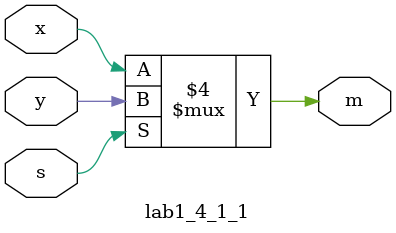
<source format=v>
`timescale 1ns / 1ps


module lab1_4_1_1(
    input x,
    input y,
    input s,
    output reg m
    );
    always @ (x or y or s)
    begin
    if(s==0)
        m=x;
    else
        m=y;
    end
endmodule

</source>
